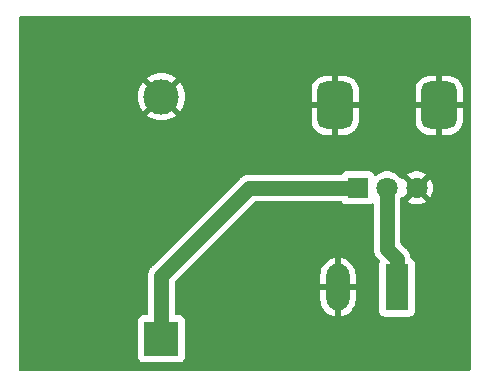
<source format=gbr>
%TF.GenerationSoftware,KiCad,Pcbnew,7.0.7+dfsg-1*%
%TF.CreationDate,2024-02-18T13:39:17+01:00*%
%TF.ProjectId,test23,74657374-3233-42e6-9b69-6361645f7063,rev?*%
%TF.SameCoordinates,Original*%
%TF.FileFunction,Copper,L2,Bot*%
%TF.FilePolarity,Positive*%
%FSLAX46Y46*%
G04 Gerber Fmt 4.6, Leading zero omitted, Abs format (unit mm)*
G04 Created by KiCad (PCBNEW 7.0.7+dfsg-1) date 2024-02-18 13:39:17*
%MOMM*%
%LPD*%
G01*
G04 APERTURE LIST*
G04 Aperture macros list*
%AMRoundRect*
0 Rectangle with rounded corners*
0 $1 Rounding radius*
0 $2 $3 $4 $5 $6 $7 $8 $9 X,Y pos of 4 corners*
0 Add a 4 corners polygon primitive as box body*
4,1,4,$2,$3,$4,$5,$6,$7,$8,$9,$2,$3,0*
0 Add four circle primitives for the rounded corners*
1,1,$1+$1,$2,$3*
1,1,$1+$1,$4,$5*
1,1,$1+$1,$6,$7*
1,1,$1+$1,$8,$9*
0 Add four rect primitives between the rounded corners*
20,1,$1+$1,$2,$3,$4,$5,0*
20,1,$1+$1,$4,$5,$6,$7,0*
20,1,$1+$1,$6,$7,$8,$9,0*
20,1,$1+$1,$8,$9,$2,$3,0*%
G04 Aperture macros list end*
%TA.AperFunction,ComponentPad*%
%ADD10R,3.000000X3.000000*%
%TD*%
%TA.AperFunction,ComponentPad*%
%ADD11C,3.000000*%
%TD*%
%TA.AperFunction,ComponentPad*%
%ADD12R,1.800000X1.800000*%
%TD*%
%TA.AperFunction,ComponentPad*%
%ADD13C,1.800000*%
%TD*%
%TA.AperFunction,ComponentPad*%
%ADD14RoundRect,0.750000X0.750000X-1.250000X0.750000X1.250000X-0.750000X1.250000X-0.750000X-1.250000X0*%
%TD*%
%TA.AperFunction,ComponentPad*%
%ADD15R,1.980000X3.960000*%
%TD*%
%TA.AperFunction,ComponentPad*%
%ADD16O,1.980000X3.960000*%
%TD*%
%TA.AperFunction,ViaPad*%
%ADD17C,1.800000*%
%TD*%
%TA.AperFunction,Conductor*%
%ADD18C,1.250000*%
%TD*%
G04 APERTURE END LIST*
D10*
%TO.P,BT1,1,+*%
%TO.N,V1*%
X147509999Y-77970001D03*
D11*
%TO.P,BT1,2,-*%
%TO.N,VGND*%
X147509999Y-57480001D03*
%TD*%
D12*
%TO.P,RV1,1,1*%
%TO.N,V1*%
X164120000Y-65200000D03*
D13*
%TO.P,RV1,2,2*%
%TO.N,V2*%
X166620000Y-65200000D03*
%TO.P,RV1,3,3*%
%TO.N,VGND*%
X169120000Y-65200000D03*
D14*
%TO.P,RV1,MP*%
X162220000Y-58200000D03*
X171020000Y-58200000D03*
%TD*%
D15*
%TO.P,J1,1,Pin_1*%
%TO.N,V2*%
X167450000Y-73610000D03*
D16*
%TO.P,J1,2,Pin_2*%
%TO.N,VGND*%
X162450000Y-73610000D03*
%TD*%
D17*
%TO.N,VGND*%
X155820000Y-52450000D03*
X137970000Y-52980000D03*
X171810000Y-75810000D03*
X139040000Y-75910000D03*
X155020000Y-76020000D03*
%TD*%
D18*
%TO.N,V1*%
X147509999Y-77970001D02*
X147509999Y-72650001D01*
X147509999Y-72650001D02*
X154960000Y-65200000D01*
X154960000Y-65200000D02*
X164120000Y-65200000D01*
%TO.N,V2*%
X167450000Y-73610000D02*
X167450000Y-71190000D01*
X167450000Y-71190000D02*
X166620000Y-70360000D01*
X166620000Y-70360000D02*
X166620000Y-65200000D01*
%TD*%
%TA.AperFunction,Conductor*%
%TO.N,VGND*%
G36*
X173622539Y-50670185D02*
G01*
X173668294Y-50722989D01*
X173679500Y-50774500D01*
X173679500Y-80546194D01*
X173659815Y-80613233D01*
X173607011Y-80658988D01*
X173555694Y-80670194D01*
X135708462Y-80729500D01*
X135574500Y-80729500D01*
X135507461Y-80709815D01*
X135461706Y-80657011D01*
X135450500Y-80605500D01*
X135450500Y-79517871D01*
X145509499Y-79517871D01*
X145509500Y-79517877D01*
X145515907Y-79577484D01*
X145566201Y-79712329D01*
X145566205Y-79712336D01*
X145652451Y-79827545D01*
X145652454Y-79827548D01*
X145767663Y-79913794D01*
X145767670Y-79913798D01*
X145902516Y-79964092D01*
X145902515Y-79964092D01*
X145909443Y-79964836D01*
X145962126Y-79970501D01*
X149057871Y-79970500D01*
X149117482Y-79964092D01*
X149252330Y-79913797D01*
X149367545Y-79827547D01*
X149453795Y-79712332D01*
X149504090Y-79577484D01*
X149510499Y-79517874D01*
X149510498Y-76422129D01*
X149504090Y-76362518D01*
X149453795Y-76227670D01*
X149453794Y-76227669D01*
X149453792Y-76227665D01*
X149367546Y-76112456D01*
X149367543Y-76112453D01*
X149252334Y-76026207D01*
X149252327Y-76026203D01*
X149117481Y-75975909D01*
X149117482Y-75975909D01*
X149057882Y-75969502D01*
X149057880Y-75969501D01*
X149057872Y-75969501D01*
X149057864Y-75969501D01*
X148759499Y-75969501D01*
X148692460Y-75949816D01*
X148646705Y-75897012D01*
X148635499Y-75845501D01*
X148635499Y-73359999D01*
X160959999Y-73359999D01*
X160960000Y-73360000D01*
X161673593Y-73360000D01*
X161740632Y-73379685D01*
X161786387Y-73432489D01*
X161796331Y-73501647D01*
X161793989Y-73513677D01*
X161790000Y-73529859D01*
X161790000Y-73690140D01*
X161793989Y-73706323D01*
X161790921Y-73776125D01*
X161750603Y-73833188D01*
X161685834Y-73859394D01*
X161673593Y-73860000D01*
X160960000Y-73860000D01*
X160960000Y-74661631D01*
X160975284Y-74846090D01*
X161035901Y-75085460D01*
X161135092Y-75311591D01*
X161270148Y-75518311D01*
X161437394Y-75699988D01*
X161437398Y-75699991D01*
X161632245Y-75851647D01*
X161632251Y-75851651D01*
X161849421Y-75969178D01*
X161849429Y-75969181D01*
X162082970Y-76049356D01*
X162199999Y-76068885D01*
X162200000Y-76068884D01*
X162200000Y-74384458D01*
X162219685Y-74317419D01*
X162272489Y-74271664D01*
X162338944Y-74261362D01*
X162402297Y-74269054D01*
X162410080Y-74270000D01*
X162410081Y-74270000D01*
X162489920Y-74270000D01*
X162497702Y-74269054D01*
X162561055Y-74261362D01*
X162629975Y-74272822D01*
X162681762Y-74319725D01*
X162700000Y-74384458D01*
X162700000Y-76068885D01*
X162817029Y-76049356D01*
X163050570Y-75969181D01*
X163050578Y-75969178D01*
X163267748Y-75851651D01*
X163267754Y-75851647D01*
X163462601Y-75699991D01*
X163462605Y-75699988D01*
X163629851Y-75518311D01*
X163764907Y-75311591D01*
X163864098Y-75085460D01*
X163924715Y-74846090D01*
X163940000Y-74661631D01*
X163940000Y-73860000D01*
X163226407Y-73860000D01*
X163159368Y-73840315D01*
X163113613Y-73787511D01*
X163103669Y-73718353D01*
X163106011Y-73706323D01*
X163107349Y-73700891D01*
X163110000Y-73690138D01*
X163110000Y-73529862D01*
X163106010Y-73513677D01*
X163109079Y-73443875D01*
X163149397Y-73386812D01*
X163214166Y-73360606D01*
X163226407Y-73360000D01*
X163940000Y-73360000D01*
X163940000Y-72558369D01*
X163924715Y-72373909D01*
X163864098Y-72134539D01*
X163764907Y-71908408D01*
X163629851Y-71701688D01*
X163462605Y-71520011D01*
X163462601Y-71520008D01*
X163267754Y-71368352D01*
X163267748Y-71368348D01*
X163050578Y-71250821D01*
X163050570Y-71250818D01*
X162817029Y-71170643D01*
X162700000Y-71151114D01*
X162700000Y-72835541D01*
X162680315Y-72902580D01*
X162627511Y-72948335D01*
X162561053Y-72958637D01*
X162489922Y-72950000D01*
X162489919Y-72950000D01*
X162410081Y-72950000D01*
X162410078Y-72950000D01*
X162338947Y-72958637D01*
X162270023Y-72947177D01*
X162218237Y-72900273D01*
X162200000Y-72835541D01*
X162200000Y-71151114D01*
X162199999Y-71151114D01*
X162082970Y-71170643D01*
X161849429Y-71250818D01*
X161849421Y-71250821D01*
X161632251Y-71368348D01*
X161632245Y-71368352D01*
X161437398Y-71520008D01*
X161437394Y-71520011D01*
X161270148Y-71701688D01*
X161135092Y-71908408D01*
X161035901Y-72134539D01*
X160975284Y-72373909D01*
X160960000Y-72558369D01*
X160959999Y-73359999D01*
X148635499Y-73359999D01*
X148635499Y-73167560D01*
X148655184Y-73100521D01*
X148671818Y-73079879D01*
X155389878Y-66361819D01*
X155451201Y-66328334D01*
X155477559Y-66325500D01*
X162701535Y-66325500D01*
X162768574Y-66345185D01*
X162800800Y-66375187D01*
X162862454Y-66457546D01*
X162908643Y-66492123D01*
X162977664Y-66543793D01*
X162977671Y-66543797D01*
X163112517Y-66594091D01*
X163112516Y-66594091D01*
X163119444Y-66594835D01*
X163172127Y-66600500D01*
X165067872Y-66600499D01*
X165127483Y-66594091D01*
X165262331Y-66543796D01*
X165296189Y-66518449D01*
X165361652Y-66494032D01*
X165429925Y-66508883D01*
X165479331Y-66558287D01*
X165494500Y-66617716D01*
X165494500Y-70255667D01*
X165492783Y-70276230D01*
X165492261Y-70279334D01*
X165492260Y-70279341D01*
X165494500Y-70373427D01*
X165494500Y-70413613D01*
X165495563Y-70424763D01*
X165495826Y-70429176D01*
X165497268Y-70489703D01*
X165497376Y-70494226D01*
X165505185Y-70530127D01*
X165506319Y-70537398D01*
X165509317Y-70568794D01*
X165509812Y-70573972D01*
X165528141Y-70636400D01*
X165529235Y-70640686D01*
X165543067Y-70704262D01*
X165543069Y-70704269D01*
X165557525Y-70738025D01*
X165560022Y-70744970D01*
X165570368Y-70780207D01*
X165570368Y-70780208D01*
X165600185Y-70838047D01*
X165602072Y-70842051D01*
X165627679Y-70901850D01*
X165648265Y-70932265D01*
X165652032Y-70938613D01*
X165668861Y-70971259D01*
X165694723Y-71004144D01*
X165709087Y-71022409D01*
X165711681Y-71025963D01*
X165736196Y-71062183D01*
X165748159Y-71079858D01*
X165774128Y-71105827D01*
X165779027Y-71111346D01*
X165788218Y-71123033D01*
X165796483Y-71133543D01*
X165801733Y-71140218D01*
X165850906Y-71182827D01*
X165854146Y-71185844D01*
X165970657Y-71302355D01*
X166004142Y-71363678D01*
X165999158Y-71433368D01*
X165965909Y-71522514D01*
X165965908Y-71522516D01*
X165959501Y-71582116D01*
X165959501Y-71582123D01*
X165959500Y-71582135D01*
X165959500Y-75637870D01*
X165959501Y-75637876D01*
X165965908Y-75697483D01*
X166016202Y-75832328D01*
X166016206Y-75832335D01*
X166102452Y-75947544D01*
X166102455Y-75947547D01*
X166217664Y-76033793D01*
X166217671Y-76033797D01*
X166352517Y-76084091D01*
X166352516Y-76084091D01*
X166359444Y-76084835D01*
X166412127Y-76090500D01*
X168487872Y-76090499D01*
X168547483Y-76084091D01*
X168682331Y-76033796D01*
X168797546Y-75947546D01*
X168883796Y-75832331D01*
X168934091Y-75697483D01*
X168940500Y-75637873D01*
X168940499Y-71582128D01*
X168934091Y-71522517D01*
X168933156Y-71520011D01*
X168883797Y-71387671D01*
X168883793Y-71387664D01*
X168797547Y-71272455D01*
X168797544Y-71272452D01*
X168682334Y-71186205D01*
X168653405Y-71175415D01*
X168597472Y-71133543D01*
X168573057Y-71068078D01*
X168572777Y-71062206D01*
X168572624Y-71055774D01*
X168572623Y-71055769D01*
X168572623Y-71055766D01*
X168564816Y-71019885D01*
X168563679Y-71012599D01*
X168560188Y-70976029D01*
X168541850Y-70913579D01*
X168540765Y-70909327D01*
X168526934Y-70845741D01*
X168512476Y-70811980D01*
X168509978Y-70805031D01*
X168499632Y-70769793D01*
X168499631Y-70769791D01*
X168469822Y-70711971D01*
X168467935Y-70707966D01*
X168442323Y-70648156D01*
X168442321Y-70648151D01*
X168421730Y-70617728D01*
X168417973Y-70611397D01*
X168401138Y-70578741D01*
X168397387Y-70573971D01*
X168360921Y-70527600D01*
X168358310Y-70524025D01*
X168321848Y-70470151D01*
X168321841Y-70470143D01*
X168295862Y-70444164D01*
X168290971Y-70438653D01*
X168283518Y-70429176D01*
X168268268Y-70409783D01*
X168268266Y-70409781D01*
X168219093Y-70367172D01*
X168215853Y-70364155D01*
X167781819Y-69930121D01*
X167748334Y-69868798D01*
X167745500Y-69842440D01*
X167745500Y-66074782D01*
X167765185Y-66007743D01*
X167765677Y-66006983D01*
X167766475Y-66005761D01*
X167819612Y-65960392D01*
X167888841Y-65950954D01*
X167952183Y-65980442D01*
X167966913Y-65997437D01*
X167968811Y-65997634D01*
X168511050Y-65455395D01*
X168572373Y-65421910D01*
X168642064Y-65426894D01*
X168697998Y-65468765D01*
X168703039Y-65476025D01*
X168703048Y-65476039D01*
X168738239Y-65530798D01*
X168853602Y-65630759D01*
X168851293Y-65633422D01*
X168886006Y-65673499D01*
X168895935Y-65742660D01*
X168866898Y-65806210D01*
X168860882Y-65812669D01*
X168321199Y-66352351D01*
X168351650Y-66376050D01*
X168555697Y-66486476D01*
X168555706Y-66486479D01*
X168775139Y-66561811D01*
X169003993Y-66600000D01*
X169236007Y-66600000D01*
X169464860Y-66561811D01*
X169684293Y-66486479D01*
X169684302Y-66486476D01*
X169888350Y-66376050D01*
X169918798Y-66352351D01*
X169379116Y-65812669D01*
X169345631Y-65751346D01*
X169350615Y-65681654D01*
X169387641Y-65632193D01*
X169386398Y-65630759D01*
X169393100Y-65624952D01*
X169501761Y-65530798D01*
X169536954Y-65476037D01*
X169589755Y-65430283D01*
X169658914Y-65420339D01*
X169722470Y-65449363D01*
X169728949Y-65455396D01*
X170271186Y-65997634D01*
X170355484Y-65868606D01*
X170448682Y-65656135D01*
X170505638Y-65431218D01*
X170524798Y-65200005D01*
X170524798Y-65199994D01*
X170505638Y-64968781D01*
X170448682Y-64743864D01*
X170355483Y-64531390D01*
X170271186Y-64402364D01*
X169728949Y-64944602D01*
X169667626Y-64978087D01*
X169597934Y-64973103D01*
X169542001Y-64931231D01*
X169536953Y-64923961D01*
X169501761Y-64869202D01*
X169386398Y-64769241D01*
X169388708Y-64766574D01*
X169354005Y-64726528D01*
X169344058Y-64657370D01*
X169373080Y-64593813D01*
X169379116Y-64587330D01*
X169918799Y-64047647D01*
X169888349Y-64023949D01*
X169684302Y-63913523D01*
X169684293Y-63913520D01*
X169464860Y-63838188D01*
X169236007Y-63800000D01*
X169003993Y-63800000D01*
X168775139Y-63838188D01*
X168555706Y-63913520D01*
X168555698Y-63913523D01*
X168351644Y-64023952D01*
X168321200Y-64047646D01*
X168321200Y-64047647D01*
X168860883Y-64587330D01*
X168894368Y-64648653D01*
X168889384Y-64718345D01*
X168852357Y-64767805D01*
X168853602Y-64769241D01*
X168738238Y-64869202D01*
X168703046Y-64923962D01*
X168650242Y-64969717D01*
X168581083Y-64979660D01*
X168517528Y-64950634D01*
X168511050Y-64944603D01*
X167968811Y-64402364D01*
X167964030Y-64402860D01*
X167920960Y-64439617D01*
X167851729Y-64449041D01*
X167788393Y-64419539D01*
X167766489Y-64394260D01*
X167728983Y-64336852D01*
X167728980Y-64336849D01*
X167728979Y-64336847D01*
X167571784Y-64166087D01*
X167571779Y-64166083D01*
X167571777Y-64166081D01*
X167388634Y-64023535D01*
X167388628Y-64023531D01*
X167184504Y-63913064D01*
X167184495Y-63913061D01*
X166964984Y-63837702D01*
X166774450Y-63805908D01*
X166736049Y-63799500D01*
X166503951Y-63799500D01*
X166465550Y-63805908D01*
X166275015Y-63837702D01*
X166055504Y-63913061D01*
X166055495Y-63913064D01*
X165851372Y-64023531D01*
X165674436Y-64161245D01*
X165609442Y-64186887D01*
X165540902Y-64173320D01*
X165490577Y-64124852D01*
X165482092Y-64106723D01*
X165463798Y-64057673D01*
X165463793Y-64057664D01*
X165377547Y-63942455D01*
X165377544Y-63942452D01*
X165262335Y-63856206D01*
X165262328Y-63856202D01*
X165127482Y-63805908D01*
X165127483Y-63805908D01*
X165067883Y-63799501D01*
X165067881Y-63799500D01*
X165067873Y-63799500D01*
X165067864Y-63799500D01*
X163172129Y-63799500D01*
X163172123Y-63799501D01*
X163112516Y-63805908D01*
X162977671Y-63856202D01*
X162977664Y-63856206D01*
X162862456Y-63942452D01*
X162862455Y-63942453D01*
X162862454Y-63942454D01*
X162801760Y-64023531D01*
X162800802Y-64024811D01*
X162744868Y-64066682D01*
X162701535Y-64074500D01*
X155064331Y-64074500D01*
X155043768Y-64072783D01*
X155042591Y-64072585D01*
X155040659Y-64072260D01*
X155040657Y-64072260D01*
X154946572Y-64074500D01*
X154906382Y-64074500D01*
X154902626Y-64074858D01*
X154895236Y-64075563D01*
X154890824Y-64075826D01*
X154828201Y-64077318D01*
X154825774Y-64077376D01*
X154825772Y-64077376D01*
X154825766Y-64077377D01*
X154804224Y-64082063D01*
X154789874Y-64085185D01*
X154782597Y-64086319D01*
X154746029Y-64089812D01*
X154683607Y-64108140D01*
X154679319Y-64109234D01*
X154615744Y-64123065D01*
X154615736Y-64123068D01*
X154581978Y-64137524D01*
X154575034Y-64140020D01*
X154539792Y-64150368D01*
X154539791Y-64150368D01*
X154481964Y-64180180D01*
X154477961Y-64182066D01*
X154418149Y-64207679D01*
X154387731Y-64228266D01*
X154381389Y-64232029D01*
X154348741Y-64248862D01*
X154348734Y-64248866D01*
X154297600Y-64289077D01*
X154294028Y-64291685D01*
X154240139Y-64328160D01*
X154214165Y-64354134D01*
X154208649Y-64359030D01*
X154179784Y-64381730D01*
X154179782Y-64381732D01*
X154137171Y-64430906D01*
X154134156Y-64434145D01*
X146787922Y-71780379D01*
X146772182Y-71793695D01*
X146769603Y-71795531D01*
X146769600Y-71795534D01*
X146737898Y-71828781D01*
X146704651Y-71863651D01*
X146676236Y-71892066D01*
X146676231Y-71892072D01*
X146669112Y-71900693D01*
X146666178Y-71904000D01*
X146621278Y-71951090D01*
X146621266Y-71951106D01*
X146601411Y-71981999D01*
X146597062Y-71987955D01*
X146573682Y-72016272D01*
X146573677Y-72016279D01*
X146542495Y-72073384D01*
X146540237Y-72077190D01*
X146505064Y-72131920D01*
X146505062Y-72131923D01*
X146491410Y-72166022D01*
X146488267Y-72172694D01*
X146470667Y-72204927D01*
X146470662Y-72204938D01*
X146450850Y-72266913D01*
X146449354Y-72271077D01*
X146425178Y-72331463D01*
X146425177Y-72331466D01*
X146418225Y-72367534D01*
X146416401Y-72374684D01*
X146405216Y-72409669D01*
X146397490Y-72474284D01*
X146396808Y-72478656D01*
X146384499Y-72542531D01*
X146384499Y-72579253D01*
X146384060Y-72586620D01*
X146379699Y-72623090D01*
X146379699Y-72623095D01*
X146384341Y-72687996D01*
X146384499Y-72692421D01*
X146384499Y-75845501D01*
X146364814Y-75912540D01*
X146312010Y-75958295D01*
X146260499Y-75969501D01*
X145962129Y-75969501D01*
X145962122Y-75969502D01*
X145902515Y-75975909D01*
X145767670Y-76026203D01*
X145767663Y-76026207D01*
X145652454Y-76112453D01*
X145652451Y-76112456D01*
X145566205Y-76227665D01*
X145566201Y-76227672D01*
X145515907Y-76362518D01*
X145509500Y-76422117D01*
X145509500Y-76422124D01*
X145509499Y-76422136D01*
X145509499Y-79517871D01*
X135450500Y-79517871D01*
X135450500Y-57480002D01*
X145504890Y-57480002D01*
X145525299Y-57765363D01*
X145586108Y-58044896D01*
X145686090Y-58312959D01*
X145823190Y-58564039D01*
X145823195Y-58564047D01*
X145929881Y-58706562D01*
X145929882Y-58706563D01*
X146721666Y-57914779D01*
X146782989Y-57881294D01*
X146852680Y-57886278D01*
X146908614Y-57928150D01*
X146908810Y-57928412D01*
X146960755Y-57998186D01*
X147066222Y-58086684D01*
X147104924Y-58144855D01*
X147106032Y-58214716D01*
X147074197Y-58269354D01*
X146283435Y-59060115D01*
X146283435Y-59060116D01*
X146425959Y-59166808D01*
X146425960Y-59166809D01*
X146677041Y-59303909D01*
X146677040Y-59303909D01*
X146945103Y-59403891D01*
X147224636Y-59464700D01*
X147509998Y-59485110D01*
X147510000Y-59485110D01*
X147795361Y-59464700D01*
X148074894Y-59403891D01*
X148342957Y-59303909D01*
X148594046Y-59166804D01*
X148736560Y-59060117D01*
X148736561Y-59060116D01*
X147945874Y-58269429D01*
X147912389Y-58208106D01*
X147917373Y-58138414D01*
X147959245Y-58082481D01*
X147965397Y-58078160D01*
X147995372Y-58058446D01*
X148115687Y-57930919D01*
X148115686Y-57930919D01*
X148120644Y-57925665D01*
X148121841Y-57926794D01*
X148170628Y-57890053D01*
X148240305Y-57884867D01*
X148301725Y-57918174D01*
X149090114Y-58706563D01*
X149090115Y-58706562D01*
X149196802Y-58564048D01*
X149333907Y-58312959D01*
X149433889Y-58044896D01*
X149454532Y-57950000D01*
X160220000Y-57950000D01*
X161196000Y-57950000D01*
X161263039Y-57969685D01*
X161308794Y-58022489D01*
X161320000Y-58074000D01*
X161320000Y-58326000D01*
X161300315Y-58393039D01*
X161247511Y-58438794D01*
X161196000Y-58450000D01*
X160220001Y-58450000D01*
X160220001Y-59514192D01*
X160230400Y-59646332D01*
X160285377Y-59864519D01*
X160378428Y-60069374D01*
X160378431Y-60069380D01*
X160506559Y-60254323D01*
X160506569Y-60254335D01*
X160665664Y-60413430D01*
X160665676Y-60413440D01*
X160850619Y-60541568D01*
X160850625Y-60541571D01*
X161055480Y-60634622D01*
X161273667Y-60689599D01*
X161405807Y-60700000D01*
X161969999Y-60699999D01*
X161970000Y-60699998D01*
X161970000Y-59370094D01*
X161989685Y-59303055D01*
X162042489Y-59257300D01*
X162111647Y-59247356D01*
X162119750Y-59248797D01*
X162125406Y-59250000D01*
X162125411Y-59250000D01*
X162314589Y-59250000D01*
X162314594Y-59250000D01*
X162320219Y-59248804D01*
X162389883Y-59254119D01*
X162445618Y-59296254D01*
X162469725Y-59361833D01*
X162470000Y-59370094D01*
X162470000Y-60699999D01*
X163034192Y-60699999D01*
X163166332Y-60689599D01*
X163384519Y-60634622D01*
X163589374Y-60541571D01*
X163589380Y-60541568D01*
X163774323Y-60413440D01*
X163774335Y-60413430D01*
X163933430Y-60254335D01*
X163933440Y-60254323D01*
X164061568Y-60069380D01*
X164061571Y-60069374D01*
X164154622Y-59864519D01*
X164209599Y-59646332D01*
X164220000Y-59514194D01*
X164220000Y-58450000D01*
X163244000Y-58450000D01*
X163176961Y-58430315D01*
X163131206Y-58377511D01*
X163120000Y-58326000D01*
X163120000Y-58074000D01*
X163139685Y-58006961D01*
X163192489Y-57961206D01*
X163244000Y-57950000D01*
X164219999Y-57950000D01*
X169020000Y-57950000D01*
X169996000Y-57950000D01*
X170063039Y-57969685D01*
X170108794Y-58022489D01*
X170120000Y-58074000D01*
X170120000Y-58326000D01*
X170100315Y-58393039D01*
X170047511Y-58438794D01*
X169996000Y-58450000D01*
X169020001Y-58450000D01*
X169020001Y-59514192D01*
X169030400Y-59646332D01*
X169085377Y-59864519D01*
X169178428Y-60069374D01*
X169178431Y-60069380D01*
X169306559Y-60254323D01*
X169306569Y-60254335D01*
X169465664Y-60413430D01*
X169465676Y-60413440D01*
X169650619Y-60541568D01*
X169650625Y-60541571D01*
X169855480Y-60634622D01*
X170073667Y-60689599D01*
X170205807Y-60700000D01*
X170769999Y-60699999D01*
X170770000Y-60699998D01*
X170770000Y-59370094D01*
X170789685Y-59303055D01*
X170842489Y-59257300D01*
X170911647Y-59247356D01*
X170919750Y-59248797D01*
X170925406Y-59250000D01*
X170925411Y-59250000D01*
X171114589Y-59250000D01*
X171114594Y-59250000D01*
X171120219Y-59248804D01*
X171189883Y-59254119D01*
X171245618Y-59296254D01*
X171269725Y-59361833D01*
X171270000Y-59370094D01*
X171270000Y-60699999D01*
X171834192Y-60699999D01*
X171966332Y-60689599D01*
X172184519Y-60634622D01*
X172389374Y-60541571D01*
X172389380Y-60541568D01*
X172574323Y-60413440D01*
X172574335Y-60413430D01*
X172733430Y-60254335D01*
X172733440Y-60254323D01*
X172861568Y-60069380D01*
X172861571Y-60069374D01*
X172954622Y-59864519D01*
X173009599Y-59646332D01*
X173020000Y-59514194D01*
X173020000Y-58450000D01*
X172044000Y-58450000D01*
X171976961Y-58430315D01*
X171931206Y-58377511D01*
X171920000Y-58326000D01*
X171920000Y-58074000D01*
X171939685Y-58006961D01*
X171992489Y-57961206D01*
X172044000Y-57950000D01*
X173019999Y-57950000D01*
X173019999Y-56885808D01*
X173009599Y-56753667D01*
X172954622Y-56535480D01*
X172861571Y-56330625D01*
X172861568Y-56330619D01*
X172733440Y-56145676D01*
X172733430Y-56145664D01*
X172574335Y-55986569D01*
X172574323Y-55986559D01*
X172389380Y-55858431D01*
X172389374Y-55858428D01*
X172184519Y-55765377D01*
X171966332Y-55710400D01*
X171834194Y-55700000D01*
X171270000Y-55700000D01*
X171270000Y-57029905D01*
X171250315Y-57096944D01*
X171197511Y-57142699D01*
X171128353Y-57152643D01*
X171120225Y-57151197D01*
X171114594Y-57150000D01*
X170925406Y-57150000D01*
X170919775Y-57151197D01*
X170850108Y-57145877D01*
X170794377Y-57103737D01*
X170770275Y-57038156D01*
X170770000Y-57029905D01*
X170770000Y-55700000D01*
X170769999Y-55700000D01*
X170205808Y-55700001D01*
X170073667Y-55710400D01*
X169855480Y-55765377D01*
X169650625Y-55858428D01*
X169650619Y-55858431D01*
X169465676Y-55986559D01*
X169465664Y-55986569D01*
X169306569Y-56145664D01*
X169306559Y-56145676D01*
X169178431Y-56330619D01*
X169178428Y-56330625D01*
X169085377Y-56535480D01*
X169030400Y-56753667D01*
X169020000Y-56885806D01*
X169020000Y-57950000D01*
X164219999Y-57950000D01*
X164219999Y-56885808D01*
X164209599Y-56753667D01*
X164154622Y-56535480D01*
X164061571Y-56330625D01*
X164061568Y-56330619D01*
X163933440Y-56145676D01*
X163933430Y-56145664D01*
X163774335Y-55986569D01*
X163774323Y-55986559D01*
X163589380Y-55858431D01*
X163589374Y-55858428D01*
X163384519Y-55765377D01*
X163166332Y-55710400D01*
X163034194Y-55700000D01*
X162470000Y-55700000D01*
X162470000Y-57029905D01*
X162450315Y-57096944D01*
X162397511Y-57142699D01*
X162328353Y-57152643D01*
X162320225Y-57151197D01*
X162314594Y-57150000D01*
X162125406Y-57150000D01*
X162119775Y-57151197D01*
X162050108Y-57145877D01*
X161994377Y-57103737D01*
X161970275Y-57038156D01*
X161970000Y-57029905D01*
X161970000Y-55700000D01*
X161969999Y-55700000D01*
X161405808Y-55700001D01*
X161273667Y-55710400D01*
X161055480Y-55765377D01*
X160850625Y-55858428D01*
X160850619Y-55858431D01*
X160665676Y-55986559D01*
X160665664Y-55986569D01*
X160506569Y-56145664D01*
X160506559Y-56145676D01*
X160378431Y-56330619D01*
X160378428Y-56330625D01*
X160285377Y-56535480D01*
X160230400Y-56753667D01*
X160220000Y-56885806D01*
X160220000Y-57950000D01*
X149454532Y-57950000D01*
X149494698Y-57765363D01*
X149515108Y-57480002D01*
X149515108Y-57479999D01*
X149494698Y-57194638D01*
X149433889Y-56915105D01*
X149333907Y-56647042D01*
X149196807Y-56395962D01*
X149196806Y-56395961D01*
X149090114Y-56253437D01*
X149090113Y-56253437D01*
X148298330Y-57045221D01*
X148237007Y-57078706D01*
X148167315Y-57073722D01*
X148111382Y-57031850D01*
X148111290Y-57031727D01*
X148059243Y-56961816D01*
X147953772Y-56873314D01*
X147915071Y-56815145D01*
X147913963Y-56745284D01*
X147945798Y-56690646D01*
X148736561Y-55899884D01*
X148736560Y-55899883D01*
X148594045Y-55793197D01*
X148594037Y-55793192D01*
X148342956Y-55656092D01*
X148342957Y-55656092D01*
X148074894Y-55556110D01*
X147795361Y-55495301D01*
X147510000Y-55474892D01*
X147509998Y-55474892D01*
X147224636Y-55495301D01*
X146945103Y-55556110D01*
X146677040Y-55656092D01*
X146425960Y-55793192D01*
X146425952Y-55793197D01*
X146283435Y-55899883D01*
X146283435Y-55899884D01*
X147074123Y-56690572D01*
X147107608Y-56751895D01*
X147102624Y-56821587D01*
X147060752Y-56877520D01*
X147054582Y-56881853D01*
X147024626Y-56901555D01*
X146899354Y-57034336D01*
X146898162Y-57033211D01*
X146849323Y-57069963D01*
X146779645Y-57075123D01*
X146718237Y-57041792D01*
X145929882Y-56253437D01*
X145929881Y-56253437D01*
X145823195Y-56395954D01*
X145823190Y-56395962D01*
X145686090Y-56647042D01*
X145586108Y-56915105D01*
X145525299Y-57194638D01*
X145504890Y-57479999D01*
X145504890Y-57480002D01*
X135450500Y-57480002D01*
X135450500Y-50774500D01*
X135470185Y-50707461D01*
X135522989Y-50661706D01*
X135574500Y-50650500D01*
X173555500Y-50650500D01*
X173622539Y-50670185D01*
G37*
%TD.AperFunction*%
%TD*%
M02*

</source>
